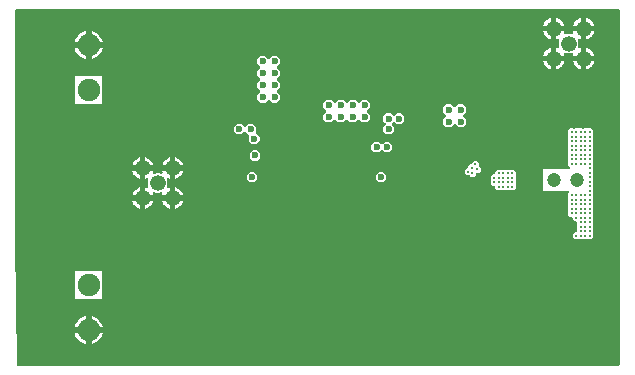
<source format=gbr>
G04 EAGLE Gerber RS-274X export*
G75*
%MOMM*%
%FSLAX34Y34*%
%LPD*%
%INCopper Layer 15*%
%IPPOS*%
%AMOC8*
5,1,8,0,0,1.08239X$1,22.5*%
G01*
%ADD10C,1.200000*%
%ADD11C,1.905000*%
%ADD12C,1.333500*%
%ADD13C,0.600000*%
%ADD14C,0.300000*%
%ADD15C,0.800000*%

G36*
X511928Y1286D02*
X511928Y1286D01*
X512047Y1293D01*
X512085Y1306D01*
X512126Y1311D01*
X512236Y1354D01*
X512349Y1391D01*
X512384Y1413D01*
X512421Y1428D01*
X512517Y1497D01*
X512618Y1561D01*
X512646Y1591D01*
X512679Y1614D01*
X512755Y1706D01*
X512836Y1793D01*
X512856Y1828D01*
X512881Y1859D01*
X512932Y1967D01*
X512990Y2071D01*
X513000Y2111D01*
X513017Y2147D01*
X513039Y2264D01*
X513069Y2379D01*
X513073Y2439D01*
X513077Y2459D01*
X513075Y2480D01*
X513079Y2540D01*
X513079Y302260D01*
X513064Y302378D01*
X513057Y302497D01*
X513044Y302535D01*
X513039Y302576D01*
X512996Y302686D01*
X512959Y302799D01*
X512937Y302834D01*
X512922Y302871D01*
X512853Y302967D01*
X512789Y303068D01*
X512759Y303096D01*
X512736Y303129D01*
X512644Y303205D01*
X512557Y303286D01*
X512522Y303306D01*
X512491Y303331D01*
X512383Y303382D01*
X512279Y303440D01*
X512239Y303450D01*
X512203Y303467D01*
X512086Y303489D01*
X511971Y303519D01*
X511911Y303523D01*
X511891Y303527D01*
X511870Y303525D01*
X511810Y303529D01*
X2540Y303529D01*
X2422Y303514D01*
X2303Y303507D01*
X2265Y303494D01*
X2224Y303489D01*
X2114Y303446D01*
X2001Y303409D01*
X1966Y303387D01*
X1929Y303372D01*
X1833Y303303D01*
X1732Y303239D01*
X1704Y303209D01*
X1671Y303186D01*
X1595Y303094D01*
X1514Y303007D01*
X1494Y302972D01*
X1469Y302941D01*
X1418Y302833D01*
X1360Y302729D01*
X1350Y302689D01*
X1333Y302653D01*
X1311Y302536D01*
X1281Y302421D01*
X1277Y302361D01*
X1273Y302341D01*
X1275Y302320D01*
X1271Y302260D01*
X1271Y107529D01*
X1271Y107524D01*
X1271Y107514D01*
X2541Y2525D01*
X2556Y2414D01*
X2563Y2303D01*
X2578Y2257D01*
X2584Y2210D01*
X2627Y2106D01*
X2661Y2001D01*
X2687Y1960D01*
X2705Y1915D01*
X2772Y1826D01*
X2831Y1732D01*
X2866Y1699D01*
X2895Y1660D01*
X2982Y1590D01*
X3063Y1514D01*
X3105Y1491D01*
X3142Y1460D01*
X3244Y1414D01*
X3341Y1360D01*
X3388Y1348D01*
X3432Y1328D01*
X3542Y1309D01*
X3649Y1281D01*
X3723Y1276D01*
X3745Y1272D01*
X3763Y1274D01*
X3810Y1271D01*
X511810Y1271D01*
X511928Y1286D01*
G37*
%LPC*%
G36*
X474997Y108735D02*
X474997Y108735D01*
X473225Y110507D01*
X473225Y113013D01*
X474997Y114785D01*
X475766Y114785D01*
X475884Y114800D01*
X476003Y114807D01*
X476041Y114820D01*
X476082Y114825D01*
X476192Y114868D01*
X476305Y114905D01*
X476340Y114927D01*
X476377Y114942D01*
X476473Y115011D01*
X476574Y115075D01*
X476602Y115105D01*
X476635Y115128D01*
X476711Y115220D01*
X476792Y115307D01*
X476812Y115342D01*
X476837Y115373D01*
X476888Y115481D01*
X476946Y115585D01*
X476956Y115625D01*
X476973Y115661D01*
X476995Y115778D01*
X477025Y115893D01*
X477029Y115953D01*
X477033Y115973D01*
X477031Y115994D01*
X477035Y116054D01*
X477035Y116944D01*
X477086Y117044D01*
X477095Y117083D01*
X477111Y117120D01*
X477130Y117238D01*
X477156Y117354D01*
X477155Y117395D01*
X477161Y117435D01*
X477150Y117553D01*
X477146Y117672D01*
X477135Y117711D01*
X477131Y117751D01*
X477091Y117863D01*
X477058Y117978D01*
X477037Y118012D01*
X477035Y118018D01*
X477035Y120754D01*
X477086Y120854D01*
X477095Y120893D01*
X477111Y120930D01*
X477130Y121048D01*
X477156Y121164D01*
X477155Y121205D01*
X477161Y121245D01*
X477150Y121363D01*
X477146Y121482D01*
X477135Y121521D01*
X477131Y121561D01*
X477091Y121673D01*
X477058Y121788D01*
X477037Y121822D01*
X477035Y121828D01*
X477035Y122706D01*
X477020Y122824D01*
X477013Y122943D01*
X477000Y122981D01*
X476995Y123022D01*
X476952Y123132D01*
X476915Y123245D01*
X476893Y123280D01*
X476878Y123317D01*
X476809Y123413D01*
X476745Y123514D01*
X476715Y123542D01*
X476692Y123575D01*
X476600Y123651D01*
X476513Y123732D01*
X476478Y123752D01*
X476447Y123777D01*
X476339Y123828D01*
X476235Y123886D01*
X476195Y123896D01*
X476159Y123913D01*
X476042Y123935D01*
X475927Y123965D01*
X475867Y123969D01*
X475847Y123973D01*
X475826Y123971D01*
X475766Y123975D01*
X474997Y123975D01*
X473225Y125747D01*
X473225Y126516D01*
X473210Y126634D01*
X473203Y126753D01*
X473190Y126791D01*
X473185Y126832D01*
X473142Y126942D01*
X473105Y127055D01*
X473083Y127090D01*
X473068Y127127D01*
X472999Y127223D01*
X472935Y127324D01*
X472905Y127352D01*
X472882Y127385D01*
X472790Y127461D01*
X472703Y127542D01*
X472668Y127562D01*
X472637Y127587D01*
X472529Y127638D01*
X472425Y127696D01*
X472385Y127706D01*
X472349Y127723D01*
X472232Y127745D01*
X472117Y127775D01*
X472057Y127779D01*
X472037Y127783D01*
X472016Y127781D01*
X471956Y127785D01*
X471187Y127785D01*
X469415Y129557D01*
X469415Y132184D01*
X469466Y132284D01*
X469475Y132323D01*
X469491Y132360D01*
X469510Y132478D01*
X469536Y132594D01*
X469535Y132635D01*
X469541Y132675D01*
X469530Y132793D01*
X469526Y132912D01*
X469515Y132951D01*
X469511Y132991D01*
X469471Y133103D01*
X469438Y133218D01*
X469417Y133252D01*
X469415Y133258D01*
X469415Y135994D01*
X469466Y136094D01*
X469475Y136134D01*
X469491Y136171D01*
X469510Y136288D01*
X469536Y136405D01*
X469535Y136445D01*
X469541Y136485D01*
X469530Y136603D01*
X469526Y136722D01*
X469515Y136761D01*
X469511Y136801D01*
X469471Y136914D01*
X469438Y137028D01*
X469417Y137063D01*
X469415Y137068D01*
X469415Y139804D01*
X469466Y139904D01*
X469475Y139943D01*
X469491Y139980D01*
X469510Y140098D01*
X469536Y140214D01*
X469535Y140255D01*
X469541Y140295D01*
X469530Y140413D01*
X469526Y140532D01*
X469515Y140571D01*
X469511Y140611D01*
X469471Y140723D01*
X469438Y140838D01*
X469417Y140872D01*
X469415Y140878D01*
X469415Y143614D01*
X469466Y143714D01*
X469475Y143753D01*
X469491Y143790D01*
X469510Y143908D01*
X469536Y144024D01*
X469535Y144065D01*
X469541Y144105D01*
X469530Y144223D01*
X469526Y144342D01*
X469515Y144381D01*
X469511Y144421D01*
X469471Y144533D01*
X469438Y144648D01*
X469417Y144682D01*
X469415Y144688D01*
X469415Y147303D01*
X469678Y147565D01*
X469763Y147675D01*
X469852Y147782D01*
X469860Y147801D01*
X469873Y147817D01*
X469928Y147945D01*
X469987Y148070D01*
X469991Y148090D01*
X469999Y148109D01*
X470021Y148247D01*
X470047Y148383D01*
X470046Y148403D01*
X470049Y148423D01*
X470036Y148562D01*
X470027Y148700D01*
X470021Y148719D01*
X470019Y148739D01*
X469972Y148870D01*
X469929Y149002D01*
X469918Y149020D01*
X469912Y149039D01*
X469834Y149153D01*
X469759Y149271D01*
X469744Y149285D01*
X469733Y149302D01*
X469629Y149394D01*
X469528Y149489D01*
X469510Y149499D01*
X469495Y149512D01*
X469371Y149575D01*
X469249Y149643D01*
X469229Y149648D01*
X469211Y149657D01*
X469075Y149687D01*
X468941Y149722D01*
X468913Y149724D01*
X468901Y149727D01*
X468881Y149726D01*
X468780Y149732D01*
X448511Y149732D01*
X448436Y149807D01*
X448436Y167693D01*
X448511Y167768D01*
X470050Y167768D01*
X470188Y167785D01*
X470327Y167798D01*
X470346Y167805D01*
X470366Y167808D01*
X470495Y167859D01*
X470626Y167906D01*
X470643Y167917D01*
X470662Y167925D01*
X470774Y168006D01*
X470889Y168084D01*
X470903Y168100D01*
X470919Y168111D01*
X471008Y168219D01*
X471100Y168323D01*
X471109Y168341D01*
X471122Y168356D01*
X471181Y168482D01*
X471244Y168606D01*
X471249Y168626D01*
X471257Y168644D01*
X471283Y168781D01*
X471314Y168916D01*
X471313Y168937D01*
X471317Y168956D01*
X471308Y169095D01*
X471304Y169234D01*
X471299Y169254D01*
X471297Y169274D01*
X471255Y169406D01*
X471216Y169540D01*
X471206Y169557D01*
X471199Y169576D01*
X471125Y169694D01*
X471054Y169814D01*
X471036Y169835D01*
X471029Y169845D01*
X471014Y169859D01*
X470948Y169934D01*
X469415Y171467D01*
X469415Y174094D01*
X469466Y174194D01*
X469475Y174233D01*
X469491Y174270D01*
X469510Y174388D01*
X469536Y174504D01*
X469535Y174545D01*
X469541Y174585D01*
X469530Y174703D01*
X469526Y174822D01*
X469515Y174861D01*
X469511Y174901D01*
X469471Y175013D01*
X469438Y175128D01*
X469417Y175162D01*
X469415Y175168D01*
X469415Y177904D01*
X469466Y178004D01*
X469475Y178043D01*
X469491Y178080D01*
X469510Y178198D01*
X469536Y178314D01*
X469535Y178355D01*
X469541Y178395D01*
X469530Y178513D01*
X469526Y178632D01*
X469515Y178671D01*
X469511Y178711D01*
X469471Y178823D01*
X469438Y178938D01*
X469417Y178972D01*
X469415Y178978D01*
X469415Y181714D01*
X469466Y181814D01*
X469475Y181854D01*
X469491Y181891D01*
X469510Y182008D01*
X469536Y182125D01*
X469535Y182165D01*
X469541Y182205D01*
X469530Y182323D01*
X469526Y182442D01*
X469515Y182481D01*
X469511Y182521D01*
X469471Y182634D01*
X469438Y182748D01*
X469417Y182783D01*
X469415Y182788D01*
X469415Y185524D01*
X469466Y185624D01*
X469475Y185663D01*
X469491Y185700D01*
X469510Y185818D01*
X469536Y185934D01*
X469535Y185975D01*
X469541Y186015D01*
X469530Y186133D01*
X469526Y186252D01*
X469515Y186291D01*
X469511Y186331D01*
X469471Y186443D01*
X469438Y186558D01*
X469417Y186592D01*
X469415Y186598D01*
X469415Y189334D01*
X469466Y189434D01*
X469475Y189473D01*
X469491Y189510D01*
X469510Y189628D01*
X469536Y189744D01*
X469535Y189785D01*
X469541Y189825D01*
X469530Y189943D01*
X469526Y190062D01*
X469515Y190101D01*
X469511Y190141D01*
X469471Y190253D01*
X469438Y190368D01*
X469417Y190402D01*
X469415Y190408D01*
X469415Y193144D01*
X469466Y193244D01*
X469475Y193283D01*
X469491Y193320D01*
X469510Y193438D01*
X469536Y193554D01*
X469535Y193595D01*
X469541Y193635D01*
X469530Y193753D01*
X469526Y193872D01*
X469515Y193911D01*
X469511Y193951D01*
X469471Y194063D01*
X469438Y194178D01*
X469417Y194212D01*
X469415Y194218D01*
X469415Y196954D01*
X469466Y197054D01*
X469475Y197093D01*
X469491Y197130D01*
X469510Y197248D01*
X469536Y197364D01*
X469535Y197405D01*
X469541Y197445D01*
X469530Y197563D01*
X469526Y197682D01*
X469515Y197721D01*
X469511Y197761D01*
X469471Y197873D01*
X469438Y197988D01*
X469417Y198022D01*
X469415Y198028D01*
X469415Y200643D01*
X471187Y202415D01*
X473814Y202415D01*
X473914Y202364D01*
X473953Y202355D01*
X473990Y202339D01*
X474108Y202320D01*
X474224Y202294D01*
X474265Y202295D01*
X474305Y202289D01*
X474423Y202300D01*
X474542Y202304D01*
X474581Y202315D01*
X474621Y202319D01*
X474733Y202359D01*
X474848Y202392D01*
X474882Y202413D01*
X474888Y202415D01*
X477624Y202415D01*
X477724Y202364D01*
X477763Y202355D01*
X477800Y202339D01*
X477918Y202320D01*
X478034Y202294D01*
X478075Y202295D01*
X478115Y202289D01*
X478233Y202300D01*
X478352Y202304D01*
X478391Y202315D01*
X478431Y202319D01*
X478543Y202359D01*
X478658Y202392D01*
X478692Y202413D01*
X478698Y202415D01*
X481434Y202415D01*
X481534Y202364D01*
X481573Y202355D01*
X481610Y202339D01*
X481728Y202320D01*
X481844Y202294D01*
X481885Y202295D01*
X481925Y202289D01*
X482043Y202300D01*
X482162Y202304D01*
X482201Y202315D01*
X482241Y202319D01*
X482353Y202359D01*
X482468Y202392D01*
X482502Y202413D01*
X482508Y202415D01*
X485244Y202415D01*
X485344Y202364D01*
X485383Y202355D01*
X485420Y202339D01*
X485538Y202320D01*
X485654Y202294D01*
X485695Y202295D01*
X485735Y202289D01*
X485853Y202300D01*
X485972Y202304D01*
X486011Y202315D01*
X486051Y202319D01*
X486163Y202359D01*
X486278Y202392D01*
X486312Y202413D01*
X486318Y202415D01*
X488933Y202415D01*
X490705Y200643D01*
X490705Y198016D01*
X490654Y197916D01*
X490645Y197876D01*
X490629Y197839D01*
X490610Y197722D01*
X490584Y197605D01*
X490585Y197565D01*
X490579Y197525D01*
X490590Y197407D01*
X490594Y197288D01*
X490605Y197249D01*
X490609Y197209D01*
X490649Y197096D01*
X490682Y196982D01*
X490703Y196947D01*
X490705Y196942D01*
X490705Y194206D01*
X490654Y194106D01*
X490645Y194066D01*
X490629Y194029D01*
X490610Y193912D01*
X490584Y193795D01*
X490585Y193755D01*
X490579Y193715D01*
X490590Y193596D01*
X490594Y193478D01*
X490605Y193439D01*
X490609Y193399D01*
X490649Y193286D01*
X490682Y193172D01*
X490703Y193137D01*
X490705Y193132D01*
X490705Y190396D01*
X490654Y190296D01*
X490645Y190256D01*
X490629Y190219D01*
X490610Y190102D01*
X490584Y189985D01*
X490585Y189945D01*
X490579Y189905D01*
X490590Y189787D01*
X490594Y189668D01*
X490605Y189629D01*
X490609Y189589D01*
X490649Y189476D01*
X490682Y189362D01*
X490703Y189327D01*
X490705Y189322D01*
X490705Y186586D01*
X490654Y186486D01*
X490645Y186446D01*
X490629Y186409D01*
X490610Y186292D01*
X490584Y186175D01*
X490585Y186135D01*
X490579Y186095D01*
X490590Y185977D01*
X490594Y185858D01*
X490605Y185819D01*
X490609Y185779D01*
X490649Y185666D01*
X490682Y185552D01*
X490703Y185517D01*
X490705Y185512D01*
X490705Y182776D01*
X490654Y182676D01*
X490645Y182637D01*
X490629Y182600D01*
X490610Y182482D01*
X490584Y182366D01*
X490585Y182325D01*
X490579Y182285D01*
X490590Y182167D01*
X490594Y182048D01*
X490605Y182009D01*
X490609Y181969D01*
X490649Y181857D01*
X490682Y181742D01*
X490703Y181708D01*
X490705Y181702D01*
X490705Y178966D01*
X490654Y178866D01*
X490645Y178826D01*
X490629Y178789D01*
X490610Y178672D01*
X490584Y178555D01*
X490585Y178515D01*
X490579Y178475D01*
X490590Y178357D01*
X490594Y178238D01*
X490605Y178199D01*
X490609Y178159D01*
X490649Y178046D01*
X490682Y177932D01*
X490703Y177897D01*
X490705Y177892D01*
X490705Y175156D01*
X490654Y175056D01*
X490645Y175016D01*
X490629Y174979D01*
X490610Y174862D01*
X490584Y174745D01*
X490585Y174705D01*
X490579Y174665D01*
X490590Y174547D01*
X490594Y174428D01*
X490605Y174389D01*
X490609Y174349D01*
X490649Y174236D01*
X490682Y174122D01*
X490703Y174087D01*
X490705Y174082D01*
X490705Y171346D01*
X490654Y171246D01*
X490645Y171206D01*
X490629Y171169D01*
X490610Y171052D01*
X490584Y170935D01*
X490585Y170895D01*
X490579Y170855D01*
X490590Y170737D01*
X490594Y170618D01*
X490605Y170579D01*
X490609Y170539D01*
X490649Y170426D01*
X490682Y170312D01*
X490703Y170277D01*
X490705Y170272D01*
X490705Y167536D01*
X490654Y167436D01*
X490645Y167396D01*
X490629Y167359D01*
X490610Y167242D01*
X490584Y167125D01*
X490585Y167085D01*
X490579Y167045D01*
X490590Y166927D01*
X490594Y166808D01*
X490605Y166769D01*
X490609Y166729D01*
X490649Y166616D01*
X490682Y166502D01*
X490703Y166467D01*
X490705Y166462D01*
X490705Y163726D01*
X490654Y163626D01*
X490645Y163586D01*
X490629Y163549D01*
X490610Y163432D01*
X490584Y163315D01*
X490585Y163275D01*
X490579Y163235D01*
X490590Y163117D01*
X490594Y162998D01*
X490605Y162959D01*
X490609Y162919D01*
X490649Y162806D01*
X490682Y162692D01*
X490703Y162657D01*
X490705Y162652D01*
X490705Y159916D01*
X490654Y159816D01*
X490645Y159776D01*
X490629Y159739D01*
X490610Y159622D01*
X490584Y159505D01*
X490585Y159465D01*
X490579Y159425D01*
X490590Y159307D01*
X490594Y159188D01*
X490605Y159149D01*
X490609Y159109D01*
X490649Y158996D01*
X490682Y158882D01*
X490703Y158847D01*
X490705Y158842D01*
X490705Y156106D01*
X490654Y156006D01*
X490645Y155966D01*
X490629Y155929D01*
X490610Y155812D01*
X490584Y155695D01*
X490585Y155655D01*
X490579Y155615D01*
X490590Y155497D01*
X490594Y155378D01*
X490605Y155339D01*
X490609Y155299D01*
X490649Y155186D01*
X490682Y155072D01*
X490703Y155037D01*
X490705Y155032D01*
X490705Y152296D01*
X490654Y152196D01*
X490645Y152156D01*
X490629Y152119D01*
X490610Y152002D01*
X490584Y151885D01*
X490585Y151845D01*
X490579Y151805D01*
X490590Y151687D01*
X490594Y151568D01*
X490605Y151529D01*
X490609Y151489D01*
X490649Y151376D01*
X490682Y151262D01*
X490703Y151227D01*
X490705Y151222D01*
X490705Y148486D01*
X490654Y148386D01*
X490645Y148346D01*
X490629Y148309D01*
X490610Y148192D01*
X490584Y148075D01*
X490585Y148035D01*
X490579Y147995D01*
X490590Y147877D01*
X490594Y147758D01*
X490605Y147719D01*
X490609Y147679D01*
X490649Y147566D01*
X490682Y147452D01*
X490703Y147417D01*
X490705Y147412D01*
X490705Y144676D01*
X490654Y144576D01*
X490645Y144536D01*
X490629Y144499D01*
X490610Y144382D01*
X490584Y144265D01*
X490585Y144225D01*
X490579Y144185D01*
X490590Y144067D01*
X490594Y143948D01*
X490605Y143909D01*
X490609Y143869D01*
X490649Y143756D01*
X490682Y143642D01*
X490703Y143607D01*
X490705Y143602D01*
X490705Y140866D01*
X490654Y140766D01*
X490645Y140726D01*
X490629Y140689D01*
X490610Y140572D01*
X490584Y140455D01*
X490585Y140415D01*
X490579Y140375D01*
X490590Y140257D01*
X490594Y140138D01*
X490605Y140099D01*
X490609Y140059D01*
X490649Y139946D01*
X490682Y139832D01*
X490703Y139797D01*
X490705Y139792D01*
X490705Y137056D01*
X490654Y136956D01*
X490645Y136917D01*
X490629Y136880D01*
X490610Y136762D01*
X490584Y136646D01*
X490585Y136605D01*
X490579Y136565D01*
X490590Y136447D01*
X490594Y136328D01*
X490605Y136289D01*
X490609Y136249D01*
X490649Y136137D01*
X490682Y136022D01*
X490703Y135988D01*
X490705Y135982D01*
X490705Y133246D01*
X490654Y133146D01*
X490645Y133106D01*
X490629Y133069D01*
X490610Y132952D01*
X490584Y132835D01*
X490585Y132795D01*
X490579Y132755D01*
X490590Y132637D01*
X490594Y132518D01*
X490605Y132479D01*
X490609Y132439D01*
X490649Y132326D01*
X490682Y132212D01*
X490703Y132177D01*
X490705Y132172D01*
X490705Y129436D01*
X490654Y129336D01*
X490645Y129296D01*
X490629Y129259D01*
X490610Y129142D01*
X490584Y129025D01*
X490585Y128985D01*
X490579Y128945D01*
X490590Y128827D01*
X490594Y128708D01*
X490605Y128669D01*
X490609Y128629D01*
X490649Y128516D01*
X490682Y128402D01*
X490703Y128367D01*
X490705Y128362D01*
X490705Y125626D01*
X490654Y125526D01*
X490645Y125486D01*
X490629Y125449D01*
X490610Y125332D01*
X490584Y125215D01*
X490585Y125175D01*
X490579Y125135D01*
X490590Y125017D01*
X490594Y124898D01*
X490605Y124859D01*
X490609Y124819D01*
X490649Y124706D01*
X490682Y124592D01*
X490703Y124557D01*
X490705Y124552D01*
X490705Y121816D01*
X490654Y121716D01*
X490645Y121676D01*
X490629Y121639D01*
X490610Y121522D01*
X490584Y121405D01*
X490585Y121365D01*
X490579Y121325D01*
X490590Y121207D01*
X490594Y121088D01*
X490605Y121049D01*
X490609Y121009D01*
X490649Y120896D01*
X490682Y120782D01*
X490703Y120747D01*
X490705Y120742D01*
X490705Y118006D01*
X490654Y117906D01*
X490645Y117866D01*
X490629Y117829D01*
X490610Y117712D01*
X490584Y117595D01*
X490585Y117555D01*
X490579Y117515D01*
X490590Y117397D01*
X490594Y117278D01*
X490605Y117239D01*
X490609Y117199D01*
X490649Y117086D01*
X490682Y116972D01*
X490703Y116937D01*
X490705Y116932D01*
X490705Y114196D01*
X490654Y114096D01*
X490645Y114056D01*
X490629Y114019D01*
X490610Y113902D01*
X490584Y113785D01*
X490585Y113745D01*
X490579Y113705D01*
X490590Y113587D01*
X490594Y113468D01*
X490605Y113429D01*
X490609Y113389D01*
X490649Y113276D01*
X490682Y113162D01*
X490703Y113127D01*
X490705Y113122D01*
X490705Y110507D01*
X488933Y108735D01*
X486306Y108735D01*
X486206Y108786D01*
X486166Y108795D01*
X486129Y108811D01*
X486012Y108830D01*
X485895Y108856D01*
X485855Y108855D01*
X485815Y108861D01*
X485697Y108850D01*
X485578Y108846D01*
X485539Y108835D01*
X485499Y108831D01*
X485386Y108791D01*
X485272Y108758D01*
X485237Y108737D01*
X485232Y108735D01*
X482496Y108735D01*
X482396Y108786D01*
X482356Y108795D01*
X482319Y108811D01*
X482202Y108830D01*
X482085Y108856D01*
X482045Y108855D01*
X482005Y108861D01*
X481887Y108850D01*
X481768Y108846D01*
X481729Y108835D01*
X481689Y108831D01*
X481576Y108791D01*
X481462Y108758D01*
X481427Y108737D01*
X481422Y108735D01*
X478686Y108735D01*
X478586Y108786D01*
X478546Y108795D01*
X478509Y108811D01*
X478392Y108830D01*
X478275Y108856D01*
X478235Y108855D01*
X478195Y108861D01*
X478077Y108850D01*
X477958Y108846D01*
X477919Y108835D01*
X477879Y108831D01*
X477766Y108791D01*
X477652Y108758D01*
X477617Y108737D01*
X477612Y108735D01*
X474997Y108735D01*
G37*
%LPD*%
%LPC*%
G36*
X208946Y224329D02*
X208946Y224329D01*
X206295Y226980D01*
X206295Y230728D01*
X208604Y233037D01*
X208677Y233131D01*
X208755Y233220D01*
X208774Y233256D01*
X208799Y233288D01*
X208846Y233397D01*
X208900Y233503D01*
X208909Y233542D01*
X208925Y233580D01*
X208944Y233697D01*
X208970Y233813D01*
X208968Y233854D01*
X208975Y233894D01*
X208964Y234012D01*
X208960Y234131D01*
X208949Y234170D01*
X208945Y234210D01*
X208905Y234322D01*
X208872Y234437D01*
X208851Y234472D01*
X208837Y234510D01*
X208770Y234608D01*
X208710Y234711D01*
X208670Y234756D01*
X208659Y234773D01*
X208643Y234786D01*
X208604Y234832D01*
X206295Y237140D01*
X206295Y240888D01*
X208604Y243197D01*
X208677Y243291D01*
X208755Y243380D01*
X208774Y243416D01*
X208799Y243448D01*
X208846Y243557D01*
X208900Y243663D01*
X208909Y243702D01*
X208925Y243740D01*
X208944Y243857D01*
X208970Y243973D01*
X208968Y244014D01*
X208975Y244054D01*
X208964Y244172D01*
X208960Y244291D01*
X208949Y244330D01*
X208945Y244370D01*
X208905Y244482D01*
X208872Y244597D01*
X208851Y244632D01*
X208837Y244670D01*
X208770Y244768D01*
X208710Y244871D01*
X208670Y244916D01*
X208659Y244933D01*
X208643Y244946D01*
X208604Y244992D01*
X206295Y247300D01*
X206295Y251048D01*
X208604Y253356D01*
X208677Y253451D01*
X208755Y253540D01*
X208774Y253576D01*
X208799Y253608D01*
X208846Y253717D01*
X208900Y253823D01*
X208909Y253862D01*
X208925Y253900D01*
X208944Y254017D01*
X208970Y254133D01*
X208968Y254174D01*
X208975Y254214D01*
X208964Y254332D01*
X208960Y254451D01*
X208949Y254490D01*
X208945Y254530D01*
X208905Y254643D01*
X208872Y254757D01*
X208851Y254791D01*
X208837Y254830D01*
X208770Y254928D01*
X208710Y255031D01*
X208670Y255076D01*
X208659Y255093D01*
X208643Y255106D01*
X208604Y255151D01*
X206295Y257460D01*
X206295Y261208D01*
X208946Y263859D01*
X212694Y263859D01*
X215003Y261550D01*
X215097Y261477D01*
X215186Y261399D01*
X215222Y261380D01*
X215254Y261355D01*
X215363Y261308D01*
X215469Y261254D01*
X215508Y261245D01*
X215546Y261229D01*
X215663Y261210D01*
X215779Y261184D01*
X215820Y261186D01*
X215860Y261179D01*
X215978Y261190D01*
X216097Y261194D01*
X216136Y261205D01*
X216176Y261209D01*
X216288Y261249D01*
X216403Y261282D01*
X216438Y261303D01*
X216476Y261317D01*
X216574Y261384D01*
X216677Y261444D01*
X216722Y261484D01*
X216739Y261495D01*
X216752Y261511D01*
X216798Y261550D01*
X219106Y263859D01*
X222854Y263859D01*
X225505Y261208D01*
X225505Y257460D01*
X223196Y255151D01*
X223123Y255057D01*
X223045Y254968D01*
X223026Y254932D01*
X223001Y254900D01*
X222954Y254791D01*
X222900Y254685D01*
X222891Y254646D01*
X222875Y254608D01*
X222856Y254491D01*
X222830Y254375D01*
X222832Y254334D01*
X222825Y254294D01*
X222836Y254176D01*
X222840Y254057D01*
X222851Y254018D01*
X222855Y253978D01*
X222895Y253866D01*
X222928Y253751D01*
X222949Y253716D01*
X222963Y253678D01*
X223030Y253580D01*
X223090Y253477D01*
X223130Y253432D01*
X223141Y253415D01*
X223157Y253402D01*
X223196Y253356D01*
X225505Y251048D01*
X225505Y247300D01*
X223196Y244992D01*
X223123Y244897D01*
X223045Y244808D01*
X223026Y244772D01*
X223001Y244740D01*
X222954Y244631D01*
X222900Y244525D01*
X222891Y244486D01*
X222875Y244448D01*
X222856Y244331D01*
X222830Y244215D01*
X222832Y244174D01*
X222825Y244134D01*
X222836Y244016D01*
X222840Y243897D01*
X222851Y243858D01*
X222855Y243818D01*
X222895Y243705D01*
X222928Y243591D01*
X222949Y243557D01*
X222963Y243518D01*
X223030Y243420D01*
X223090Y243317D01*
X223130Y243272D01*
X223141Y243255D01*
X223157Y243242D01*
X223196Y243197D01*
X225505Y240888D01*
X225505Y237140D01*
X223196Y234832D01*
X223123Y234737D01*
X223045Y234648D01*
X223026Y234612D01*
X223001Y234580D01*
X222954Y234471D01*
X222900Y234365D01*
X222891Y234326D01*
X222875Y234288D01*
X222856Y234171D01*
X222830Y234055D01*
X222832Y234014D01*
X222825Y233974D01*
X222836Y233856D01*
X222840Y233737D01*
X222851Y233698D01*
X222855Y233658D01*
X222895Y233545D01*
X222928Y233431D01*
X222949Y233397D01*
X222963Y233358D01*
X223030Y233260D01*
X223090Y233157D01*
X223130Y233112D01*
X223141Y233095D01*
X223157Y233082D01*
X223196Y233037D01*
X225505Y230728D01*
X225505Y226980D01*
X222854Y224329D01*
X219106Y224329D01*
X216797Y226638D01*
X216703Y226711D01*
X216614Y226789D01*
X216578Y226808D01*
X216546Y226833D01*
X216437Y226880D01*
X216331Y226934D01*
X216292Y226943D01*
X216254Y226959D01*
X216137Y226978D01*
X216021Y227004D01*
X215980Y227002D01*
X215940Y227009D01*
X215822Y226998D01*
X215703Y226994D01*
X215664Y226983D01*
X215624Y226979D01*
X215512Y226939D01*
X215397Y226906D01*
X215362Y226885D01*
X215324Y226871D01*
X215226Y226804D01*
X215123Y226744D01*
X215078Y226704D01*
X215061Y226693D01*
X215048Y226677D01*
X215002Y226638D01*
X212694Y224329D01*
X208946Y224329D01*
G37*
%LPD*%
%LPC*%
G36*
X264826Y207565D02*
X264826Y207565D01*
X262175Y210216D01*
X262175Y213964D01*
X264484Y216272D01*
X264557Y216367D01*
X264635Y216456D01*
X264654Y216492D01*
X264679Y216524D01*
X264726Y216633D01*
X264780Y216739D01*
X264789Y216778D01*
X264805Y216816D01*
X264824Y216933D01*
X264850Y217049D01*
X264848Y217090D01*
X264855Y217130D01*
X264844Y217248D01*
X264840Y217367D01*
X264829Y217406D01*
X264825Y217446D01*
X264785Y217559D01*
X264752Y217673D01*
X264731Y217707D01*
X264717Y217746D01*
X264650Y217844D01*
X264590Y217947D01*
X264550Y217992D01*
X264539Y218009D01*
X264523Y218022D01*
X264484Y218067D01*
X262175Y220376D01*
X262175Y224124D01*
X264826Y226775D01*
X268574Y226775D01*
X270882Y224466D01*
X270977Y224393D01*
X271066Y224315D01*
X271102Y224296D01*
X271134Y224271D01*
X271243Y224224D01*
X271349Y224170D01*
X271388Y224161D01*
X271426Y224145D01*
X271543Y224126D01*
X271659Y224100D01*
X271700Y224102D01*
X271740Y224095D01*
X271858Y224106D01*
X271977Y224110D01*
X272016Y224121D01*
X272056Y224125D01*
X272169Y224165D01*
X272283Y224198D01*
X272317Y224219D01*
X272356Y224233D01*
X272454Y224300D01*
X272557Y224360D01*
X272602Y224400D01*
X272619Y224411D01*
X272632Y224427D01*
X272677Y224466D01*
X274986Y226775D01*
X278734Y226775D01*
X281043Y224466D01*
X281137Y224393D01*
X281226Y224315D01*
X281262Y224296D01*
X281294Y224271D01*
X281403Y224224D01*
X281509Y224170D01*
X281548Y224161D01*
X281586Y224145D01*
X281703Y224126D01*
X281819Y224100D01*
X281860Y224102D01*
X281900Y224095D01*
X282018Y224106D01*
X282137Y224110D01*
X282176Y224121D01*
X282216Y224125D01*
X282328Y224165D01*
X282443Y224198D01*
X282478Y224219D01*
X282516Y224233D01*
X282614Y224300D01*
X282717Y224360D01*
X282762Y224400D01*
X282779Y224411D01*
X282792Y224427D01*
X282838Y224466D01*
X285146Y226775D01*
X288894Y226775D01*
X291202Y224466D01*
X291297Y224393D01*
X291386Y224315D01*
X291422Y224296D01*
X291454Y224271D01*
X291563Y224224D01*
X291669Y224170D01*
X291708Y224161D01*
X291746Y224145D01*
X291863Y224126D01*
X291979Y224100D01*
X292020Y224102D01*
X292060Y224095D01*
X292178Y224106D01*
X292297Y224110D01*
X292336Y224121D01*
X292376Y224125D01*
X292489Y224165D01*
X292603Y224198D01*
X292637Y224219D01*
X292676Y224233D01*
X292774Y224300D01*
X292877Y224360D01*
X292922Y224400D01*
X292939Y224411D01*
X292952Y224427D01*
X292997Y224466D01*
X295306Y226775D01*
X299054Y226775D01*
X301705Y224124D01*
X301705Y220376D01*
X299396Y218068D01*
X299323Y217973D01*
X299245Y217884D01*
X299226Y217848D01*
X299201Y217816D01*
X299154Y217707D01*
X299100Y217601D01*
X299091Y217562D01*
X299075Y217524D01*
X299056Y217407D01*
X299030Y217291D01*
X299032Y217250D01*
X299025Y217210D01*
X299036Y217092D01*
X299040Y216973D01*
X299051Y216934D01*
X299055Y216894D01*
X299095Y216781D01*
X299128Y216667D01*
X299149Y216633D01*
X299163Y216594D01*
X299230Y216496D01*
X299290Y216393D01*
X299330Y216348D01*
X299341Y216331D01*
X299357Y216318D01*
X299396Y216273D01*
X301705Y213964D01*
X301705Y210216D01*
X299054Y207565D01*
X295306Y207565D01*
X292997Y209874D01*
X292903Y209947D01*
X292814Y210025D01*
X292778Y210044D01*
X292746Y210069D01*
X292637Y210116D01*
X292531Y210170D01*
X292492Y210179D01*
X292454Y210195D01*
X292337Y210214D01*
X292221Y210240D01*
X292180Y210238D01*
X292140Y210245D01*
X292022Y210234D01*
X291903Y210230D01*
X291864Y210219D01*
X291824Y210215D01*
X291712Y210175D01*
X291597Y210142D01*
X291562Y210121D01*
X291524Y210107D01*
X291426Y210040D01*
X291323Y209980D01*
X291278Y209940D01*
X291261Y209929D01*
X291248Y209913D01*
X291202Y209874D01*
X288894Y207565D01*
X285146Y207565D01*
X282837Y209874D01*
X282743Y209947D01*
X282654Y210025D01*
X282618Y210044D01*
X282586Y210069D01*
X282477Y210116D01*
X282371Y210170D01*
X282332Y210179D01*
X282294Y210195D01*
X282177Y210214D01*
X282061Y210240D01*
X282020Y210238D01*
X281980Y210245D01*
X281862Y210234D01*
X281743Y210230D01*
X281704Y210219D01*
X281664Y210215D01*
X281552Y210175D01*
X281437Y210142D01*
X281402Y210121D01*
X281364Y210107D01*
X281266Y210040D01*
X281163Y209980D01*
X281118Y209940D01*
X281101Y209929D01*
X281088Y209913D01*
X281042Y209874D01*
X278734Y207565D01*
X274986Y207565D01*
X272677Y209874D01*
X272583Y209947D01*
X272494Y210025D01*
X272458Y210044D01*
X272426Y210069D01*
X272317Y210116D01*
X272211Y210170D01*
X272172Y210179D01*
X272134Y210195D01*
X272017Y210214D01*
X271901Y210240D01*
X271860Y210238D01*
X271820Y210245D01*
X271702Y210234D01*
X271583Y210230D01*
X271544Y210219D01*
X271504Y210215D01*
X271392Y210175D01*
X271277Y210142D01*
X271242Y210121D01*
X271204Y210107D01*
X271106Y210040D01*
X271003Y209980D01*
X270958Y209940D01*
X270941Y209929D01*
X270928Y209913D01*
X270882Y209874D01*
X268574Y207565D01*
X264826Y207565D01*
G37*
%LPD*%
%LPC*%
G36*
X52017Y58292D02*
X52017Y58292D01*
X51942Y58367D01*
X51942Y81333D01*
X52017Y81408D01*
X74983Y81408D01*
X75058Y81333D01*
X75058Y58367D01*
X74983Y58292D01*
X52017Y58292D01*
G37*
%LPD*%
%LPC*%
G36*
X52017Y223392D02*
X52017Y223392D01*
X51942Y223467D01*
X51942Y246433D01*
X52017Y246508D01*
X74983Y246508D01*
X75058Y246433D01*
X75058Y223467D01*
X74983Y223392D01*
X52017Y223392D01*
G37*
%LPD*%
%LPC*%
G36*
X111442Y145732D02*
X111442Y145732D01*
X111442Y152470D01*
X112475Y152135D01*
X112563Y152118D01*
X112648Y152091D01*
X112718Y152088D01*
X112787Y152075D01*
X112877Y152081D01*
X112966Y152076D01*
X113035Y152090D01*
X113105Y152095D01*
X113190Y152122D01*
X113277Y152141D01*
X113340Y152171D01*
X113407Y152193D01*
X113483Y152241D01*
X113563Y152280D01*
X113616Y152326D01*
X113676Y152363D01*
X113737Y152429D01*
X113805Y152487D01*
X113845Y152544D01*
X113894Y152595D01*
X113937Y152673D01*
X113988Y152747D01*
X114013Y152812D01*
X114047Y152874D01*
X114069Y152960D01*
X114101Y153044D01*
X114109Y153114D01*
X114126Y153182D01*
X114126Y153271D01*
X114136Y153360D01*
X114126Y153430D01*
X114126Y153500D01*
X114104Y153586D01*
X114092Y153675D01*
X114051Y153793D01*
X114048Y153808D01*
X114044Y153814D01*
X114040Y153827D01*
X113728Y154580D01*
X113728Y157840D01*
X114040Y158593D01*
X114063Y158679D01*
X114096Y158762D01*
X114105Y158832D01*
X114124Y158899D01*
X114125Y158989D01*
X114136Y159078D01*
X114128Y159147D01*
X114129Y159217D01*
X114108Y159305D01*
X114097Y159393D01*
X114071Y159458D01*
X114055Y159527D01*
X114013Y159606D01*
X113980Y159689D01*
X113939Y159746D01*
X113906Y159808D01*
X113846Y159874D01*
X113793Y159946D01*
X113739Y159991D01*
X113692Y160043D01*
X113617Y160092D01*
X113548Y160149D01*
X113485Y160179D01*
X113426Y160218D01*
X113341Y160247D01*
X113261Y160285D01*
X113192Y160298D01*
X113125Y160321D01*
X113036Y160328D01*
X112948Y160345D01*
X112878Y160341D01*
X112808Y160346D01*
X112720Y160331D01*
X112631Y160325D01*
X112510Y160294D01*
X112495Y160292D01*
X112489Y160289D01*
X112475Y160285D01*
X111442Y159950D01*
X111442Y166688D01*
X118180Y166688D01*
X117845Y165655D01*
X117828Y165567D01*
X117801Y165482D01*
X117798Y165412D01*
X117785Y165343D01*
X117791Y165253D01*
X117786Y165164D01*
X117800Y165095D01*
X117805Y165025D01*
X117832Y164940D01*
X117851Y164853D01*
X117881Y164790D01*
X117903Y164723D01*
X117951Y164647D01*
X117990Y164567D01*
X118036Y164514D01*
X118073Y164454D01*
X118139Y164393D01*
X118197Y164325D01*
X118254Y164285D01*
X118305Y164236D01*
X118383Y164193D01*
X118457Y164142D01*
X118522Y164117D01*
X118584Y164083D01*
X118670Y164061D01*
X118754Y164029D01*
X118824Y164021D01*
X118892Y164004D01*
X118981Y164004D01*
X119070Y163994D01*
X119140Y164004D01*
X119210Y164004D01*
X119296Y164026D01*
X119385Y164038D01*
X119503Y164079D01*
X119518Y164082D01*
X119524Y164086D01*
X119537Y164090D01*
X120290Y164402D01*
X123550Y164402D01*
X124303Y164090D01*
X124389Y164067D01*
X124472Y164034D01*
X124542Y164025D01*
X124609Y164006D01*
X124699Y164005D01*
X124788Y163994D01*
X124857Y164002D01*
X124927Y164001D01*
X125015Y164022D01*
X125103Y164033D01*
X125168Y164059D01*
X125237Y164075D01*
X125316Y164117D01*
X125399Y164150D01*
X125456Y164191D01*
X125518Y164224D01*
X125584Y164284D01*
X125656Y164337D01*
X125701Y164391D01*
X125753Y164438D01*
X125802Y164513D01*
X125859Y164582D01*
X125889Y164645D01*
X125928Y164704D01*
X125957Y164789D01*
X125995Y164869D01*
X126008Y164938D01*
X126031Y165005D01*
X126038Y165094D01*
X126055Y165182D01*
X126051Y165252D01*
X126056Y165322D01*
X126041Y165410D01*
X126035Y165499D01*
X126004Y165620D01*
X126002Y165635D01*
X125999Y165641D01*
X125995Y165655D01*
X125660Y166688D01*
X132398Y166688D01*
X132398Y159950D01*
X131365Y160285D01*
X131277Y160302D01*
X131192Y160329D01*
X131122Y160332D01*
X131053Y160345D01*
X130963Y160339D01*
X130874Y160344D01*
X130805Y160330D01*
X130735Y160325D01*
X130650Y160298D01*
X130563Y160279D01*
X130500Y160249D01*
X130433Y160227D01*
X130357Y160179D01*
X130277Y160140D01*
X130224Y160094D01*
X130164Y160057D01*
X130103Y159991D01*
X130035Y159933D01*
X129995Y159876D01*
X129946Y159825D01*
X129903Y159747D01*
X129852Y159673D01*
X129827Y159608D01*
X129793Y159546D01*
X129771Y159460D01*
X129739Y159376D01*
X129731Y159306D01*
X129714Y159238D01*
X129714Y159149D01*
X129704Y159060D01*
X129714Y158990D01*
X129714Y158920D01*
X129736Y158834D01*
X129748Y158745D01*
X129789Y158627D01*
X129792Y158612D01*
X129796Y158606D01*
X129800Y158593D01*
X130112Y157840D01*
X130112Y154580D01*
X129800Y153827D01*
X129777Y153741D01*
X129744Y153658D01*
X129735Y153588D01*
X129716Y153521D01*
X129715Y153431D01*
X129704Y153342D01*
X129712Y153273D01*
X129711Y153203D01*
X129732Y153115D01*
X129743Y153027D01*
X129769Y152962D01*
X129785Y152893D01*
X129827Y152814D01*
X129860Y152731D01*
X129901Y152674D01*
X129934Y152612D01*
X129994Y152546D01*
X130047Y152474D01*
X130101Y152429D01*
X130148Y152377D01*
X130223Y152328D01*
X130292Y152271D01*
X130355Y152241D01*
X130414Y152202D01*
X130499Y152173D01*
X130579Y152135D01*
X130648Y152122D01*
X130715Y152099D01*
X130804Y152092D01*
X130892Y152075D01*
X130962Y152079D01*
X131032Y152074D01*
X131120Y152089D01*
X131209Y152095D01*
X131330Y152126D01*
X131345Y152128D01*
X131351Y152131D01*
X131365Y152135D01*
X132398Y152470D01*
X132398Y145732D01*
X125660Y145732D01*
X125995Y146765D01*
X126012Y146853D01*
X126039Y146938D01*
X126042Y147008D01*
X126055Y147077D01*
X126049Y147167D01*
X126054Y147256D01*
X126040Y147325D01*
X126035Y147395D01*
X126008Y147480D01*
X125989Y147567D01*
X125959Y147630D01*
X125937Y147697D01*
X125889Y147773D01*
X125850Y147853D01*
X125804Y147906D01*
X125767Y147966D01*
X125701Y148027D01*
X125643Y148095D01*
X125586Y148135D01*
X125535Y148184D01*
X125457Y148227D01*
X125383Y148278D01*
X125318Y148303D01*
X125256Y148337D01*
X125170Y148359D01*
X125086Y148391D01*
X125016Y148399D01*
X124948Y148416D01*
X124859Y148416D01*
X124770Y148426D01*
X124700Y148416D01*
X124630Y148416D01*
X124544Y148394D01*
X124455Y148382D01*
X124337Y148341D01*
X124322Y148338D01*
X124316Y148334D01*
X124303Y148330D01*
X123550Y148018D01*
X120290Y148018D01*
X119537Y148330D01*
X119451Y148353D01*
X119368Y148386D01*
X119298Y148395D01*
X119231Y148414D01*
X119141Y148415D01*
X119052Y148426D01*
X118983Y148418D01*
X118913Y148419D01*
X118825Y148398D01*
X118737Y148387D01*
X118672Y148361D01*
X118603Y148345D01*
X118524Y148303D01*
X118441Y148270D01*
X118384Y148229D01*
X118322Y148196D01*
X118256Y148136D01*
X118184Y148083D01*
X118139Y148029D01*
X118087Y147982D01*
X118038Y147907D01*
X117981Y147838D01*
X117951Y147775D01*
X117912Y147716D01*
X117883Y147631D01*
X117845Y147551D01*
X117832Y147482D01*
X117809Y147415D01*
X117802Y147326D01*
X117785Y147238D01*
X117789Y147168D01*
X117784Y147098D01*
X117799Y147010D01*
X117805Y146921D01*
X117836Y146800D01*
X117838Y146785D01*
X117841Y146779D01*
X117845Y146765D01*
X118180Y145732D01*
X111442Y145732D01*
G37*
%LPD*%
%LPC*%
G36*
X459422Y263842D02*
X459422Y263842D01*
X459422Y270580D01*
X460455Y270245D01*
X460543Y270228D01*
X460628Y270201D01*
X460698Y270198D01*
X460767Y270185D01*
X460857Y270191D01*
X460946Y270186D01*
X461015Y270200D01*
X461085Y270205D01*
X461170Y270232D01*
X461258Y270251D01*
X461321Y270281D01*
X461387Y270303D01*
X461463Y270351D01*
X461543Y270390D01*
X461597Y270436D01*
X461656Y270473D01*
X461717Y270538D01*
X461785Y270597D01*
X461826Y270654D01*
X461874Y270705D01*
X461917Y270783D01*
X461968Y270857D01*
X461993Y270922D01*
X462027Y270984D01*
X462049Y271070D01*
X462081Y271154D01*
X462089Y271224D01*
X462106Y271292D01*
X462106Y271381D01*
X462116Y271470D01*
X462106Y271540D01*
X462106Y271610D01*
X462084Y271696D01*
X462072Y271785D01*
X462031Y271904D01*
X462028Y271918D01*
X462024Y271924D01*
X462020Y271937D01*
X461708Y272690D01*
X461708Y275950D01*
X462020Y276703D01*
X462043Y276789D01*
X462076Y276872D01*
X462085Y276942D01*
X462104Y277009D01*
X462105Y277099D01*
X462116Y277188D01*
X462108Y277257D01*
X462109Y277327D01*
X462088Y277414D01*
X462077Y277503D01*
X462051Y277568D01*
X462035Y277637D01*
X461993Y277716D01*
X461960Y277799D01*
X461919Y277856D01*
X461886Y277918D01*
X461826Y277984D01*
X461773Y278056D01*
X461719Y278101D01*
X461672Y278153D01*
X461597Y278202D01*
X461528Y278259D01*
X461465Y278289D01*
X461406Y278328D01*
X461322Y278357D01*
X461241Y278395D01*
X461172Y278408D01*
X461105Y278431D01*
X461016Y278438D01*
X460928Y278455D01*
X460858Y278451D01*
X460788Y278456D01*
X460700Y278441D01*
X460611Y278435D01*
X460490Y278404D01*
X460475Y278402D01*
X460469Y278399D01*
X460455Y278395D01*
X459422Y278060D01*
X459422Y284798D01*
X466160Y284798D01*
X465825Y283765D01*
X465808Y283677D01*
X465781Y283592D01*
X465778Y283522D01*
X465765Y283453D01*
X465771Y283363D01*
X465766Y283274D01*
X465780Y283205D01*
X465785Y283135D01*
X465812Y283050D01*
X465831Y282962D01*
X465861Y282899D01*
X465883Y282833D01*
X465931Y282757D01*
X465970Y282677D01*
X466016Y282623D01*
X466053Y282564D01*
X466118Y282503D01*
X466177Y282435D01*
X466234Y282394D01*
X466285Y282346D01*
X466363Y282303D01*
X466437Y282252D01*
X466502Y282227D01*
X466564Y282193D01*
X466650Y282171D01*
X466734Y282139D01*
X466804Y282131D01*
X466872Y282114D01*
X466961Y282114D01*
X467050Y282104D01*
X467120Y282114D01*
X467190Y282114D01*
X467276Y282136D01*
X467365Y282148D01*
X467484Y282189D01*
X467498Y282192D01*
X467504Y282196D01*
X467517Y282200D01*
X468270Y282512D01*
X471530Y282512D01*
X472283Y282200D01*
X472369Y282177D01*
X472452Y282144D01*
X472522Y282135D01*
X472589Y282116D01*
X472679Y282115D01*
X472768Y282104D01*
X472837Y282112D01*
X472907Y282111D01*
X472994Y282132D01*
X473083Y282143D01*
X473148Y282169D01*
X473217Y282185D01*
X473296Y282227D01*
X473379Y282260D01*
X473436Y282301D01*
X473498Y282334D01*
X473564Y282394D01*
X473636Y282447D01*
X473681Y282501D01*
X473733Y282548D01*
X473782Y282623D01*
X473839Y282692D01*
X473869Y282755D01*
X473908Y282814D01*
X473937Y282898D01*
X473975Y282979D01*
X473988Y283048D01*
X474011Y283115D01*
X474018Y283204D01*
X474035Y283292D01*
X474031Y283362D01*
X474036Y283432D01*
X474021Y283520D01*
X474015Y283609D01*
X473984Y283730D01*
X473982Y283745D01*
X473979Y283751D01*
X473975Y283765D01*
X473640Y284798D01*
X480378Y284798D01*
X480378Y278060D01*
X479345Y278395D01*
X479257Y278412D01*
X479172Y278439D01*
X479102Y278442D01*
X479033Y278455D01*
X478943Y278449D01*
X478854Y278454D01*
X478785Y278440D01*
X478715Y278435D01*
X478630Y278408D01*
X478542Y278389D01*
X478479Y278359D01*
X478413Y278337D01*
X478337Y278289D01*
X478257Y278250D01*
X478203Y278204D01*
X478144Y278167D01*
X478083Y278102D01*
X478015Y278043D01*
X477974Y277986D01*
X477926Y277935D01*
X477883Y277857D01*
X477832Y277783D01*
X477807Y277718D01*
X477773Y277656D01*
X477751Y277570D01*
X477719Y277486D01*
X477711Y277416D01*
X477694Y277348D01*
X477694Y277259D01*
X477684Y277170D01*
X477694Y277100D01*
X477694Y277030D01*
X477716Y276944D01*
X477728Y276855D01*
X477769Y276736D01*
X477772Y276722D01*
X477776Y276716D01*
X477780Y276703D01*
X478092Y275950D01*
X478092Y272690D01*
X477780Y271937D01*
X477757Y271851D01*
X477724Y271768D01*
X477715Y271698D01*
X477696Y271631D01*
X477695Y271541D01*
X477684Y271452D01*
X477692Y271383D01*
X477691Y271313D01*
X477712Y271226D01*
X477723Y271137D01*
X477749Y271072D01*
X477765Y271003D01*
X477807Y270924D01*
X477840Y270841D01*
X477881Y270784D01*
X477914Y270722D01*
X477974Y270656D01*
X478027Y270584D01*
X478081Y270539D01*
X478128Y270487D01*
X478203Y270438D01*
X478272Y270381D01*
X478335Y270351D01*
X478394Y270312D01*
X478478Y270283D01*
X478559Y270245D01*
X478628Y270232D01*
X478695Y270209D01*
X478784Y270202D01*
X478872Y270185D01*
X478942Y270189D01*
X479012Y270184D01*
X479100Y270199D01*
X479189Y270205D01*
X479310Y270236D01*
X479325Y270238D01*
X479331Y270241D01*
X479345Y270245D01*
X480378Y270580D01*
X480378Y263842D01*
X473640Y263842D01*
X473975Y264875D01*
X473992Y264963D01*
X474019Y265048D01*
X474022Y265118D01*
X474035Y265187D01*
X474029Y265277D01*
X474034Y265366D01*
X474020Y265435D01*
X474015Y265505D01*
X473988Y265590D01*
X473969Y265678D01*
X473939Y265741D01*
X473917Y265807D01*
X473869Y265883D01*
X473830Y265963D01*
X473784Y266017D01*
X473747Y266076D01*
X473682Y266137D01*
X473623Y266205D01*
X473566Y266246D01*
X473515Y266294D01*
X473437Y266337D01*
X473363Y266388D01*
X473298Y266413D01*
X473236Y266447D01*
X473150Y266469D01*
X473066Y266501D01*
X472996Y266509D01*
X472928Y266526D01*
X472839Y266526D01*
X472750Y266536D01*
X472680Y266526D01*
X472610Y266526D01*
X472524Y266504D01*
X472435Y266492D01*
X472316Y266451D01*
X472302Y266448D01*
X472296Y266444D01*
X472283Y266440D01*
X471530Y266128D01*
X468270Y266128D01*
X467517Y266440D01*
X467431Y266463D01*
X467348Y266496D01*
X467278Y266505D01*
X467211Y266524D01*
X467121Y266525D01*
X467032Y266536D01*
X466963Y266528D01*
X466893Y266529D01*
X466806Y266508D01*
X466717Y266497D01*
X466652Y266471D01*
X466583Y266455D01*
X466504Y266413D01*
X466421Y266380D01*
X466364Y266339D01*
X466302Y266306D01*
X466236Y266246D01*
X466164Y266193D01*
X466119Y266139D01*
X466067Y266092D01*
X466018Y266017D01*
X465961Y265948D01*
X465931Y265885D01*
X465892Y265826D01*
X465863Y265742D01*
X465825Y265661D01*
X465812Y265592D01*
X465789Y265525D01*
X465782Y265436D01*
X465765Y265348D01*
X465769Y265278D01*
X465764Y265208D01*
X465779Y265120D01*
X465785Y265031D01*
X465816Y264910D01*
X465818Y264895D01*
X465821Y264889D01*
X465825Y264875D01*
X466160Y263842D01*
X459422Y263842D01*
G37*
%LPD*%
%LPC*%
G36*
X409465Y150137D02*
X409465Y150137D01*
X407693Y151909D01*
X407693Y152678D01*
X407678Y152796D01*
X407671Y152915D01*
X407658Y152953D01*
X407653Y152994D01*
X407610Y153104D01*
X407573Y153217D01*
X407551Y153252D01*
X407536Y153289D01*
X407467Y153385D01*
X407403Y153486D01*
X407373Y153514D01*
X407350Y153547D01*
X407258Y153623D01*
X407171Y153704D01*
X407136Y153724D01*
X407105Y153749D01*
X406997Y153800D01*
X406893Y153858D01*
X406853Y153868D01*
X406817Y153885D01*
X406700Y153907D01*
X406585Y153937D01*
X406525Y153941D01*
X406505Y153945D01*
X406484Y153943D01*
X406424Y153947D01*
X405655Y153947D01*
X403883Y155719D01*
X403883Y158346D01*
X403934Y158446D01*
X403943Y158485D01*
X403959Y158522D01*
X403978Y158640D01*
X404004Y158756D01*
X404003Y158797D01*
X404009Y158837D01*
X403998Y158955D01*
X403994Y159074D01*
X403983Y159113D01*
X403979Y159153D01*
X403939Y159265D01*
X403906Y159380D01*
X403885Y159414D01*
X403883Y159420D01*
X403883Y162035D01*
X405655Y163807D01*
X406424Y163807D01*
X406542Y163822D01*
X406661Y163829D01*
X406699Y163842D01*
X406740Y163847D01*
X406850Y163890D01*
X406963Y163927D01*
X406998Y163949D01*
X407035Y163964D01*
X407131Y164033D01*
X407232Y164097D01*
X407260Y164127D01*
X407293Y164150D01*
X407369Y164242D01*
X407450Y164329D01*
X407470Y164364D01*
X407495Y164395D01*
X407546Y164503D01*
X407604Y164607D01*
X407614Y164647D01*
X407631Y164683D01*
X407653Y164800D01*
X407683Y164915D01*
X407687Y164975D01*
X407691Y164995D01*
X407689Y165016D01*
X407693Y165076D01*
X407693Y165845D01*
X409465Y167617D01*
X412092Y167617D01*
X412192Y167566D01*
X412232Y167557D01*
X412269Y167541D01*
X412386Y167522D01*
X412503Y167496D01*
X412543Y167497D01*
X412583Y167491D01*
X412701Y167502D01*
X412820Y167506D01*
X412859Y167517D01*
X412899Y167521D01*
X413012Y167561D01*
X413126Y167594D01*
X413161Y167615D01*
X413166Y167617D01*
X415902Y167617D01*
X416002Y167566D01*
X416041Y167557D01*
X416078Y167541D01*
X416196Y167522D01*
X416312Y167496D01*
X416353Y167497D01*
X416393Y167491D01*
X416511Y167502D01*
X416630Y167506D01*
X416669Y167517D01*
X416709Y167521D01*
X416821Y167561D01*
X416936Y167594D01*
X416970Y167615D01*
X416976Y167617D01*
X419712Y167617D01*
X419812Y167566D01*
X419851Y167557D01*
X419888Y167541D01*
X420006Y167522D01*
X420122Y167496D01*
X420163Y167497D01*
X420203Y167491D01*
X420321Y167502D01*
X420440Y167506D01*
X420479Y167517D01*
X420519Y167521D01*
X420631Y167561D01*
X420746Y167594D01*
X420780Y167615D01*
X420786Y167617D01*
X423401Y167617D01*
X425173Y165845D01*
X425173Y163218D01*
X425122Y163118D01*
X425113Y163079D01*
X425097Y163042D01*
X425078Y162924D01*
X425052Y162808D01*
X425053Y162767D01*
X425047Y162727D01*
X425058Y162609D01*
X425062Y162490D01*
X425073Y162451D01*
X425077Y162411D01*
X425117Y162299D01*
X425150Y162184D01*
X425171Y162150D01*
X425173Y162144D01*
X425173Y159408D01*
X425122Y159308D01*
X425113Y159269D01*
X425097Y159232D01*
X425078Y159114D01*
X425052Y158998D01*
X425053Y158957D01*
X425047Y158917D01*
X425058Y158799D01*
X425062Y158680D01*
X425073Y158641D01*
X425077Y158601D01*
X425117Y158489D01*
X425150Y158374D01*
X425171Y158340D01*
X425173Y158334D01*
X425173Y155598D01*
X425122Y155498D01*
X425113Y155459D01*
X425097Y155422D01*
X425078Y155304D01*
X425052Y155188D01*
X425053Y155147D01*
X425047Y155107D01*
X425058Y154989D01*
X425062Y154870D01*
X425073Y154831D01*
X425077Y154791D01*
X425117Y154679D01*
X425150Y154564D01*
X425171Y154530D01*
X425173Y154524D01*
X425173Y151909D01*
X423401Y150137D01*
X420774Y150137D01*
X420674Y150188D01*
X420634Y150197D01*
X420597Y150213D01*
X420480Y150232D01*
X420363Y150258D01*
X420323Y150257D01*
X420283Y150263D01*
X420165Y150252D01*
X420046Y150248D01*
X420007Y150237D01*
X419967Y150233D01*
X419854Y150193D01*
X419740Y150160D01*
X419705Y150139D01*
X419700Y150137D01*
X416964Y150137D01*
X416864Y150188D01*
X416825Y150197D01*
X416788Y150213D01*
X416670Y150232D01*
X416554Y150258D01*
X416513Y150257D01*
X416473Y150263D01*
X416355Y150252D01*
X416236Y150248D01*
X416197Y150237D01*
X416157Y150233D01*
X416045Y150193D01*
X415930Y150160D01*
X415896Y150139D01*
X415890Y150137D01*
X413154Y150137D01*
X413054Y150188D01*
X413014Y150197D01*
X412977Y150213D01*
X412860Y150232D01*
X412743Y150258D01*
X412703Y150257D01*
X412663Y150263D01*
X412545Y150252D01*
X412426Y150248D01*
X412387Y150237D01*
X412347Y150233D01*
X412234Y150193D01*
X412120Y150160D01*
X412085Y150139D01*
X412080Y150137D01*
X409465Y150137D01*
G37*
%LPD*%
%LPC*%
G36*
X366426Y203755D02*
X366426Y203755D01*
X363775Y206406D01*
X363775Y210154D01*
X366084Y212462D01*
X366157Y212557D01*
X366235Y212646D01*
X366254Y212682D01*
X366279Y212714D01*
X366326Y212823D01*
X366380Y212929D01*
X366389Y212968D01*
X366405Y213006D01*
X366424Y213123D01*
X366450Y213239D01*
X366448Y213280D01*
X366455Y213320D01*
X366444Y213438D01*
X366440Y213557D01*
X366429Y213596D01*
X366425Y213636D01*
X366385Y213749D01*
X366352Y213863D01*
X366331Y213897D01*
X366317Y213936D01*
X366250Y214034D01*
X366190Y214137D01*
X366150Y214182D01*
X366139Y214199D01*
X366123Y214212D01*
X366084Y214257D01*
X363775Y216566D01*
X363775Y220314D01*
X366426Y222965D01*
X370174Y222965D01*
X372482Y220656D01*
X372577Y220583D01*
X372666Y220505D01*
X372702Y220486D01*
X372734Y220461D01*
X372843Y220414D01*
X372949Y220360D01*
X372988Y220351D01*
X373026Y220335D01*
X373143Y220316D01*
X373259Y220290D01*
X373300Y220292D01*
X373340Y220285D01*
X373458Y220296D01*
X373577Y220300D01*
X373616Y220311D01*
X373656Y220315D01*
X373769Y220355D01*
X373883Y220388D01*
X373917Y220409D01*
X373956Y220423D01*
X374054Y220490D01*
X374157Y220550D01*
X374202Y220590D01*
X374219Y220601D01*
X374232Y220617D01*
X374277Y220656D01*
X376586Y222965D01*
X380334Y222965D01*
X382985Y220314D01*
X382985Y216566D01*
X380676Y214258D01*
X380603Y214163D01*
X380525Y214074D01*
X380506Y214038D01*
X380481Y214006D01*
X380434Y213897D01*
X380380Y213791D01*
X380371Y213752D01*
X380355Y213714D01*
X380336Y213597D01*
X380310Y213481D01*
X380312Y213440D01*
X380305Y213400D01*
X380316Y213282D01*
X380320Y213163D01*
X380331Y213124D01*
X380335Y213084D01*
X380375Y212971D01*
X380408Y212857D01*
X380429Y212823D01*
X380443Y212784D01*
X380510Y212686D01*
X380570Y212583D01*
X380610Y212538D01*
X380621Y212521D01*
X380637Y212508D01*
X380676Y212463D01*
X382985Y210154D01*
X382985Y206406D01*
X380334Y203755D01*
X376586Y203755D01*
X374277Y206064D01*
X374183Y206137D01*
X374094Y206215D01*
X374058Y206234D01*
X374026Y206259D01*
X373917Y206306D01*
X373811Y206360D01*
X373772Y206369D01*
X373734Y206385D01*
X373617Y206404D01*
X373501Y206430D01*
X373460Y206428D01*
X373420Y206435D01*
X373302Y206424D01*
X373183Y206420D01*
X373144Y206409D01*
X373104Y206405D01*
X372992Y206365D01*
X372877Y206332D01*
X372842Y206311D01*
X372804Y206297D01*
X372706Y206230D01*
X372603Y206170D01*
X372558Y206130D01*
X372541Y206119D01*
X372528Y206103D01*
X372482Y206064D01*
X370174Y203755D01*
X366426Y203755D01*
G37*
%LPD*%
%LPC*%
G36*
X201834Y189023D02*
X201834Y189023D01*
X199183Y191674D01*
X199183Y195448D01*
X199230Y195501D01*
X199249Y195537D01*
X199274Y195569D01*
X199321Y195678D01*
X199375Y195784D01*
X199384Y195823D01*
X199400Y195861D01*
X199419Y195978D01*
X199445Y196094D01*
X199443Y196135D01*
X199450Y196175D01*
X199439Y196293D01*
X199435Y196412D01*
X199424Y196451D01*
X199420Y196491D01*
X199380Y196603D01*
X199347Y196718D01*
X199326Y196753D01*
X199312Y196791D01*
X199245Y196889D01*
X199185Y196992D01*
X199145Y197037D01*
X199134Y197054D01*
X199118Y197067D01*
X199079Y197113D01*
X196731Y199460D01*
X196637Y199533D01*
X196548Y199611D01*
X196512Y199630D01*
X196480Y199655D01*
X196371Y199702D01*
X196265Y199756D01*
X196225Y199765D01*
X196188Y199781D01*
X196071Y199800D01*
X195955Y199826D01*
X195914Y199824D01*
X195874Y199831D01*
X195756Y199820D01*
X195637Y199816D01*
X195598Y199805D01*
X195558Y199801D01*
X195445Y199761D01*
X195331Y199728D01*
X195296Y199707D01*
X195258Y199693D01*
X195160Y199626D01*
X195057Y199566D01*
X195012Y199526D01*
X194995Y199515D01*
X194982Y199499D01*
X194936Y199460D01*
X192882Y197405D01*
X189134Y197405D01*
X186483Y200056D01*
X186483Y203804D01*
X189134Y206455D01*
X192882Y206455D01*
X194936Y204400D01*
X195031Y204327D01*
X195120Y204249D01*
X195156Y204230D01*
X195188Y204205D01*
X195297Y204158D01*
X195403Y204104D01*
X195442Y204095D01*
X195480Y204079D01*
X195597Y204060D01*
X195713Y204034D01*
X195754Y204036D01*
X195794Y204029D01*
X195912Y204040D01*
X196031Y204044D01*
X196070Y204055D01*
X196110Y204059D01*
X196223Y204099D01*
X196337Y204132D01*
X196371Y204153D01*
X196410Y204167D01*
X196508Y204234D01*
X196611Y204294D01*
X196656Y204334D01*
X196673Y204345D01*
X196686Y204361D01*
X196731Y204400D01*
X198786Y206455D01*
X202534Y206455D01*
X205185Y203804D01*
X205185Y200031D01*
X205138Y199977D01*
X205119Y199941D01*
X205095Y199909D01*
X205047Y199800D01*
X204993Y199694D01*
X204984Y199655D01*
X204968Y199617D01*
X204950Y199500D01*
X204923Y199384D01*
X204925Y199343D01*
X204918Y199303D01*
X204929Y199185D01*
X204933Y199066D01*
X204944Y199027D01*
X204948Y198987D01*
X204988Y198875D01*
X205021Y198760D01*
X205042Y198726D01*
X205056Y198687D01*
X205123Y198589D01*
X205183Y198486D01*
X205223Y198441D01*
X205234Y198424D01*
X205250Y198411D01*
X205289Y198366D01*
X208233Y195422D01*
X208233Y191674D01*
X205582Y189023D01*
X201834Y189023D01*
G37*
%LPD*%
%LPC*%
G36*
X315626Y197405D02*
X315626Y197405D01*
X312975Y200056D01*
X312975Y203804D01*
X314649Y205478D01*
X314722Y205572D01*
X314800Y205661D01*
X314819Y205697D01*
X314844Y205729D01*
X314891Y205838D01*
X314945Y205944D01*
X314954Y205983D01*
X314970Y206021D01*
X314989Y206138D01*
X315015Y206254D01*
X315013Y206295D01*
X315020Y206335D01*
X315009Y206453D01*
X315005Y206572D01*
X314994Y206611D01*
X314990Y206651D01*
X314950Y206763D01*
X314917Y206878D01*
X314896Y206913D01*
X314882Y206951D01*
X314815Y207049D01*
X314755Y207152D01*
X314715Y207197D01*
X314704Y207214D01*
X314688Y207227D01*
X314649Y207273D01*
X312975Y208946D01*
X312975Y212694D01*
X315626Y215345D01*
X319374Y215345D01*
X321048Y213671D01*
X321142Y213598D01*
X321231Y213520D01*
X321267Y213501D01*
X321299Y213476D01*
X321408Y213429D01*
X321514Y213375D01*
X321553Y213366D01*
X321591Y213350D01*
X321708Y213331D01*
X321824Y213305D01*
X321865Y213307D01*
X321905Y213300D01*
X322023Y213311D01*
X322142Y213315D01*
X322181Y213326D01*
X322221Y213330D01*
X322333Y213370D01*
X322448Y213403D01*
X322483Y213424D01*
X322521Y213438D01*
X322619Y213505D01*
X322722Y213565D01*
X322767Y213605D01*
X322784Y213616D01*
X322797Y213632D01*
X322843Y213671D01*
X324516Y215345D01*
X328264Y215345D01*
X330915Y212694D01*
X330915Y208946D01*
X328264Y206295D01*
X324516Y206295D01*
X322843Y207969D01*
X322748Y208042D01*
X322659Y208120D01*
X322623Y208139D01*
X322591Y208164D01*
X322482Y208211D01*
X322376Y208265D01*
X322337Y208274D01*
X322299Y208290D01*
X322182Y208309D01*
X322066Y208335D01*
X322025Y208333D01*
X321985Y208340D01*
X321867Y208329D01*
X321748Y208325D01*
X321709Y208314D01*
X321669Y208310D01*
X321557Y208270D01*
X321442Y208237D01*
X321407Y208216D01*
X321369Y208202D01*
X321271Y208135D01*
X321168Y208075D01*
X321123Y208035D01*
X321106Y208024D01*
X321093Y208008D01*
X321048Y207969D01*
X320351Y207273D01*
X320279Y207179D01*
X320200Y207089D01*
X320181Y207053D01*
X320157Y207021D01*
X320109Y206912D01*
X320055Y206806D01*
X320046Y206767D01*
X320030Y206729D01*
X320011Y206612D01*
X319985Y206496D01*
X319987Y206455D01*
X319980Y206415D01*
X319991Y206297D01*
X319995Y206178D01*
X320006Y206139D01*
X320010Y206099D01*
X320050Y205987D01*
X320083Y205872D01*
X320104Y205837D01*
X320118Y205799D01*
X320184Y205701D01*
X320245Y205598D01*
X320285Y205553D01*
X320296Y205536D01*
X320312Y205523D01*
X320351Y205478D01*
X322025Y203804D01*
X322025Y200056D01*
X319374Y197405D01*
X315626Y197405D01*
G37*
%LPD*%
%LPC*%
G36*
X305466Y182165D02*
X305466Y182165D01*
X302815Y184816D01*
X302815Y188564D01*
X305466Y191215D01*
X309214Y191215D01*
X310888Y189541D01*
X310982Y189468D01*
X311071Y189390D01*
X311107Y189371D01*
X311139Y189346D01*
X311248Y189299D01*
X311354Y189245D01*
X311393Y189236D01*
X311431Y189220D01*
X311548Y189201D01*
X311664Y189175D01*
X311705Y189177D01*
X311745Y189170D01*
X311863Y189181D01*
X311982Y189185D01*
X312021Y189196D01*
X312061Y189200D01*
X312173Y189240D01*
X312288Y189273D01*
X312323Y189294D01*
X312361Y189308D01*
X312459Y189375D01*
X312562Y189435D01*
X312607Y189475D01*
X312624Y189486D01*
X312637Y189502D01*
X312683Y189541D01*
X314356Y191215D01*
X318104Y191215D01*
X320755Y188564D01*
X320755Y184816D01*
X318104Y182165D01*
X314356Y182165D01*
X312683Y183839D01*
X312588Y183912D01*
X312499Y183990D01*
X312463Y184009D01*
X312431Y184034D01*
X312322Y184081D01*
X312216Y184135D01*
X312177Y184144D01*
X312139Y184160D01*
X312022Y184179D01*
X311906Y184205D01*
X311865Y184203D01*
X311825Y184210D01*
X311707Y184199D01*
X311588Y184195D01*
X311549Y184184D01*
X311509Y184180D01*
X311396Y184140D01*
X311282Y184107D01*
X311248Y184086D01*
X311209Y184072D01*
X311111Y184005D01*
X311008Y183945D01*
X310963Y183905D01*
X310946Y183894D01*
X310933Y183878D01*
X310888Y183839D01*
X309214Y182165D01*
X305466Y182165D01*
G37*
%LPD*%
%LPC*%
G36*
X387247Y161475D02*
X387247Y161475D01*
X386119Y162604D01*
X386041Y162664D01*
X385968Y162732D01*
X385915Y162761D01*
X385868Y162798D01*
X385777Y162838D01*
X385690Y162886D01*
X385631Y162901D01*
X385576Y162925D01*
X385478Y162940D01*
X385382Y162965D01*
X385282Y162971D01*
X385262Y162975D01*
X385249Y162973D01*
X385221Y162975D01*
X383747Y162975D01*
X381975Y164747D01*
X381975Y167253D01*
X383753Y169031D01*
X383824Y169040D01*
X383943Y169047D01*
X383981Y169060D01*
X384022Y169065D01*
X384132Y169108D01*
X384245Y169145D01*
X384280Y169167D01*
X384317Y169182D01*
X384413Y169251D01*
X384514Y169315D01*
X384542Y169345D01*
X384575Y169368D01*
X384651Y169460D01*
X384732Y169547D01*
X384752Y169582D01*
X384777Y169613D01*
X384828Y169721D01*
X384886Y169825D01*
X384896Y169865D01*
X384913Y169901D01*
X384935Y170018D01*
X384965Y170133D01*
X384969Y170193D01*
X384973Y170213D01*
X384971Y170234D01*
X384972Y170250D01*
X386753Y172031D01*
X386824Y172040D01*
X386943Y172047D01*
X386981Y172060D01*
X387022Y172065D01*
X387132Y172108D01*
X387245Y172145D01*
X387280Y172167D01*
X387317Y172182D01*
X387413Y172251D01*
X387514Y172315D01*
X387542Y172345D01*
X387575Y172368D01*
X387651Y172460D01*
X387732Y172547D01*
X387752Y172582D01*
X387777Y172613D01*
X387828Y172721D01*
X387886Y172825D01*
X387896Y172865D01*
X387913Y172901D01*
X387935Y173018D01*
X387965Y173133D01*
X387969Y173193D01*
X387973Y173213D01*
X387971Y173234D01*
X387972Y173250D01*
X389747Y175025D01*
X392253Y175025D01*
X394025Y173253D01*
X394025Y171279D01*
X394037Y171180D01*
X394040Y171081D01*
X394057Y171023D01*
X394065Y170963D01*
X394101Y170871D01*
X394129Y170776D01*
X394159Y170724D01*
X394182Y170667D01*
X394240Y170587D01*
X394290Y170502D01*
X394356Y170427D01*
X394368Y170410D01*
X394378Y170402D01*
X394396Y170381D01*
X395525Y169253D01*
X395525Y166747D01*
X393753Y164975D01*
X392794Y164975D01*
X392676Y164960D01*
X392557Y164953D01*
X392519Y164940D01*
X392478Y164935D01*
X392368Y164892D01*
X392255Y164855D01*
X392220Y164833D01*
X392183Y164818D01*
X392087Y164749D01*
X391986Y164685D01*
X391958Y164655D01*
X391925Y164632D01*
X391849Y164540D01*
X391768Y164453D01*
X391748Y164418D01*
X391723Y164387D01*
X391672Y164279D01*
X391614Y164175D01*
X391604Y164135D01*
X391587Y164099D01*
X391565Y163982D01*
X391535Y163867D01*
X391531Y163807D01*
X391527Y163787D01*
X391529Y163766D01*
X391525Y163706D01*
X391525Y163247D01*
X389753Y161475D01*
X387247Y161475D01*
G37*
%LPD*%
%LPC*%
G36*
X200056Y156765D02*
X200056Y156765D01*
X197405Y159416D01*
X197405Y163164D01*
X200056Y165815D01*
X203804Y165815D01*
X206455Y163164D01*
X206455Y159416D01*
X203804Y156765D01*
X200056Y156765D01*
G37*
%LPD*%
%LPC*%
G36*
X309276Y156765D02*
X309276Y156765D01*
X306625Y159416D01*
X306625Y163164D01*
X309276Y165815D01*
X313024Y165815D01*
X315675Y163164D01*
X315675Y159416D01*
X313024Y156765D01*
X309276Y156765D01*
G37*
%LPD*%
%LPC*%
G36*
X202596Y175180D02*
X202596Y175180D01*
X199945Y177831D01*
X199945Y181579D01*
X202596Y184230D01*
X206344Y184230D01*
X208995Y181579D01*
X208995Y177831D01*
X206344Y175180D01*
X202596Y175180D01*
G37*
%LPD*%
%LPC*%
G36*
X66039Y34289D02*
X66039Y34289D01*
X66039Y43564D01*
X66325Y43519D01*
X68132Y42932D01*
X69824Y42070D01*
X71360Y40953D01*
X72703Y39610D01*
X73820Y38074D01*
X74682Y36382D01*
X75269Y34575D01*
X75314Y34289D01*
X66039Y34289D01*
G37*
%LPD*%
%LPC*%
G36*
X66039Y275589D02*
X66039Y275589D01*
X66039Y284864D01*
X66325Y284819D01*
X68132Y284232D01*
X69824Y283370D01*
X71360Y282253D01*
X72703Y280910D01*
X73820Y279374D01*
X74682Y277682D01*
X75269Y275875D01*
X75314Y275589D01*
X66039Y275589D01*
G37*
%LPD*%
%LPC*%
G36*
X66039Y29211D02*
X66039Y29211D01*
X75314Y29211D01*
X75269Y28925D01*
X74682Y27118D01*
X73820Y25426D01*
X72703Y23890D01*
X71360Y22547D01*
X69824Y21430D01*
X68132Y20568D01*
X66325Y19981D01*
X66039Y19936D01*
X66039Y29211D01*
G37*
%LPD*%
%LPC*%
G36*
X51686Y34289D02*
X51686Y34289D01*
X51731Y34575D01*
X52318Y36382D01*
X53180Y38074D01*
X54297Y39610D01*
X55640Y40953D01*
X57176Y42070D01*
X58868Y42932D01*
X60675Y43519D01*
X60961Y43564D01*
X60961Y34289D01*
X51686Y34289D01*
G37*
%LPD*%
%LPC*%
G36*
X51686Y275589D02*
X51686Y275589D01*
X51731Y275875D01*
X52318Y277682D01*
X53180Y279374D01*
X54297Y280910D01*
X55640Y282253D01*
X57176Y283370D01*
X58868Y284232D01*
X60675Y284819D01*
X60961Y284864D01*
X60961Y275589D01*
X51686Y275589D01*
G37*
%LPD*%
%LPC*%
G36*
X66039Y270511D02*
X66039Y270511D01*
X75314Y270511D01*
X75269Y270225D01*
X74682Y268418D01*
X73820Y266726D01*
X72703Y265190D01*
X71360Y263847D01*
X69824Y262730D01*
X68132Y261868D01*
X66325Y261281D01*
X66039Y261236D01*
X66039Y270511D01*
G37*
%LPD*%
%LPC*%
G36*
X60675Y19981D02*
X60675Y19981D01*
X58868Y20568D01*
X57176Y21430D01*
X55640Y22547D01*
X54297Y23890D01*
X53180Y25426D01*
X52318Y27118D01*
X51731Y28925D01*
X51686Y29211D01*
X60961Y29211D01*
X60961Y19936D01*
X60675Y19981D01*
G37*
%LPD*%
%LPC*%
G36*
X60675Y261281D02*
X60675Y261281D01*
X58868Y261868D01*
X57176Y262730D01*
X55640Y263847D01*
X54297Y265190D01*
X53180Y266726D01*
X52318Y268418D01*
X51731Y270225D01*
X51686Y270511D01*
X60961Y270511D01*
X60961Y261236D01*
X60675Y261281D01*
G37*
%LPD*%
%LPC*%
G36*
X136842Y171132D02*
X136842Y171132D01*
X136842Y177870D01*
X138155Y177444D01*
X139446Y176786D01*
X140619Y175934D01*
X141644Y174909D01*
X142496Y173736D01*
X143154Y172445D01*
X143580Y171132D01*
X136842Y171132D01*
G37*
%LPD*%
%LPC*%
G36*
X111442Y171132D02*
X111442Y171132D01*
X111442Y177870D01*
X112755Y177444D01*
X114046Y176786D01*
X115219Y175934D01*
X116244Y174909D01*
X117096Y173736D01*
X117754Y172445D01*
X118180Y171132D01*
X111442Y171132D01*
G37*
%LPD*%
%LPC*%
G36*
X484822Y263842D02*
X484822Y263842D01*
X484822Y270580D01*
X486135Y270154D01*
X487426Y269496D01*
X488599Y268644D01*
X489624Y267619D01*
X490476Y266446D01*
X491134Y265155D01*
X491560Y263842D01*
X484822Y263842D01*
G37*
%LPD*%
%LPC*%
G36*
X136842Y145732D02*
X136842Y145732D01*
X136842Y152470D01*
X138155Y152044D01*
X139446Y151386D01*
X140619Y150534D01*
X141644Y149509D01*
X142496Y148336D01*
X143154Y147045D01*
X143580Y145732D01*
X136842Y145732D01*
G37*
%LPD*%
%LPC*%
G36*
X484822Y289242D02*
X484822Y289242D01*
X484822Y295980D01*
X486135Y295554D01*
X487426Y294896D01*
X488599Y294044D01*
X489624Y293019D01*
X490476Y291846D01*
X491134Y290555D01*
X491560Y289242D01*
X484822Y289242D01*
G37*
%LPD*%
%LPC*%
G36*
X459422Y289242D02*
X459422Y289242D01*
X459422Y295980D01*
X460735Y295554D01*
X462026Y294896D01*
X463199Y294044D01*
X464224Y293019D01*
X465076Y291846D01*
X465734Y290555D01*
X466160Y289242D01*
X459422Y289242D01*
G37*
%LPD*%
%LPC*%
G36*
X448240Y289242D02*
X448240Y289242D01*
X448666Y290555D01*
X449324Y291846D01*
X450176Y293019D01*
X451201Y294044D01*
X452374Y294896D01*
X453665Y295554D01*
X454978Y295980D01*
X454978Y289242D01*
X448240Y289242D01*
G37*
%LPD*%
%LPC*%
G36*
X459422Y259398D02*
X459422Y259398D01*
X466160Y259398D01*
X465734Y258085D01*
X465076Y256794D01*
X464224Y255621D01*
X463199Y254596D01*
X462026Y253744D01*
X460735Y253086D01*
X459422Y252660D01*
X459422Y259398D01*
G37*
%LPD*%
%LPC*%
G36*
X125660Y171132D02*
X125660Y171132D01*
X126086Y172445D01*
X126744Y173736D01*
X127596Y174909D01*
X128621Y175934D01*
X129794Y176786D01*
X131085Y177444D01*
X132398Y177870D01*
X132398Y171132D01*
X125660Y171132D01*
G37*
%LPD*%
%LPC*%
G36*
X100260Y171132D02*
X100260Y171132D01*
X100686Y172445D01*
X101344Y173736D01*
X102196Y174909D01*
X103221Y175934D01*
X104394Y176786D01*
X105685Y177444D01*
X106998Y177870D01*
X106998Y171132D01*
X100260Y171132D01*
G37*
%LPD*%
%LPC*%
G36*
X136842Y166688D02*
X136842Y166688D01*
X143580Y166688D01*
X143154Y165375D01*
X142496Y164084D01*
X141644Y162911D01*
X140619Y161886D01*
X139446Y161034D01*
X138155Y160376D01*
X136842Y159950D01*
X136842Y166688D01*
G37*
%LPD*%
%LPC*%
G36*
X448240Y263842D02*
X448240Y263842D01*
X448666Y265155D01*
X449324Y266446D01*
X450176Y267619D01*
X451201Y268644D01*
X452374Y269496D01*
X453665Y270154D01*
X454978Y270580D01*
X454978Y263842D01*
X448240Y263842D01*
G37*
%LPD*%
%LPC*%
G36*
X484822Y284798D02*
X484822Y284798D01*
X491560Y284798D01*
X491134Y283485D01*
X490476Y282194D01*
X489624Y281021D01*
X488599Y279996D01*
X487426Y279144D01*
X486135Y278486D01*
X484822Y278060D01*
X484822Y284798D01*
G37*
%LPD*%
%LPC*%
G36*
X100260Y145732D02*
X100260Y145732D01*
X100686Y147045D01*
X101344Y148336D01*
X102196Y149509D01*
X103221Y150534D01*
X104394Y151386D01*
X105685Y152044D01*
X106998Y152470D01*
X106998Y145732D01*
X100260Y145732D01*
G37*
%LPD*%
%LPC*%
G36*
X136842Y141288D02*
X136842Y141288D01*
X143580Y141288D01*
X143154Y139975D01*
X142496Y138684D01*
X141644Y137511D01*
X140619Y136486D01*
X139446Y135634D01*
X138155Y134976D01*
X136842Y134550D01*
X136842Y141288D01*
G37*
%LPD*%
%LPC*%
G36*
X111442Y141288D02*
X111442Y141288D01*
X118180Y141288D01*
X117754Y139975D01*
X117096Y138684D01*
X116244Y137511D01*
X115219Y136486D01*
X114046Y135634D01*
X112755Y134976D01*
X111442Y134550D01*
X111442Y141288D01*
G37*
%LPD*%
%LPC*%
G36*
X484822Y259398D02*
X484822Y259398D01*
X491560Y259398D01*
X491134Y258085D01*
X490476Y256794D01*
X489624Y255621D01*
X488599Y254596D01*
X487426Y253744D01*
X486135Y253086D01*
X484822Y252660D01*
X484822Y259398D01*
G37*
%LPD*%
%LPC*%
G36*
X473640Y289242D02*
X473640Y289242D01*
X474066Y290555D01*
X474724Y291846D01*
X475576Y293019D01*
X476601Y294044D01*
X477774Y294896D01*
X479065Y295554D01*
X480378Y295980D01*
X480378Y289242D01*
X473640Y289242D01*
G37*
%LPD*%
%LPC*%
G36*
X453665Y253086D02*
X453665Y253086D01*
X452374Y253744D01*
X451201Y254596D01*
X450176Y255621D01*
X449324Y256794D01*
X448666Y258085D01*
X448240Y259398D01*
X454978Y259398D01*
X454978Y252660D01*
X453665Y253086D01*
G37*
%LPD*%
%LPC*%
G36*
X479065Y253086D02*
X479065Y253086D01*
X477774Y253744D01*
X476601Y254596D01*
X475576Y255621D01*
X474724Y256794D01*
X474066Y258085D01*
X473640Y259398D01*
X480378Y259398D01*
X480378Y252660D01*
X479065Y253086D01*
G37*
%LPD*%
%LPC*%
G36*
X105685Y160376D02*
X105685Y160376D01*
X104394Y161034D01*
X103221Y161886D01*
X102196Y162911D01*
X101344Y164084D01*
X100686Y165375D01*
X100260Y166688D01*
X106998Y166688D01*
X106998Y159950D01*
X105685Y160376D01*
G37*
%LPD*%
%LPC*%
G36*
X131085Y134976D02*
X131085Y134976D01*
X129794Y135634D01*
X128621Y136486D01*
X127596Y137511D01*
X126744Y138684D01*
X126086Y139975D01*
X125660Y141288D01*
X132398Y141288D01*
X132398Y134550D01*
X131085Y134976D01*
G37*
%LPD*%
%LPC*%
G36*
X453665Y278486D02*
X453665Y278486D01*
X452374Y279144D01*
X451201Y279996D01*
X450176Y281021D01*
X449324Y282194D01*
X448666Y283485D01*
X448240Y284798D01*
X454978Y284798D01*
X454978Y278060D01*
X453665Y278486D01*
G37*
%LPD*%
%LPC*%
G36*
X105685Y134976D02*
X105685Y134976D01*
X104394Y135634D01*
X103221Y136486D01*
X102196Y137511D01*
X101344Y138684D01*
X100686Y139975D01*
X100260Y141288D01*
X106998Y141288D01*
X106998Y134550D01*
X105685Y134976D01*
G37*
%LPD*%
%LPC*%
G36*
X63499Y273049D02*
X63499Y273049D01*
X63499Y273051D01*
X63501Y273051D01*
X63501Y273049D01*
X63499Y273049D01*
G37*
%LPD*%
%LPC*%
G36*
X63499Y31749D02*
X63499Y31749D01*
X63499Y31751D01*
X63501Y31751D01*
X63501Y31749D01*
X63499Y31749D01*
G37*
%LPD*%
D10*
X477360Y158750D03*
X457360Y158750D03*
D11*
X63500Y69850D03*
X63500Y31750D03*
X63500Y273050D03*
X63500Y234950D03*
D12*
X121920Y156210D03*
X134620Y168910D03*
X134620Y143510D03*
X109220Y143510D03*
X109220Y168910D03*
X469900Y274320D03*
X482600Y261620D03*
X457200Y261620D03*
X457200Y287020D03*
X482600Y287020D03*
D13*
X210820Y249174D03*
X220980Y249174D03*
X220980Y239014D03*
X210820Y239014D03*
X210820Y228854D03*
X220980Y228854D03*
X220980Y259334D03*
X210820Y259334D03*
X378460Y208280D03*
X368300Y208280D03*
X368300Y218440D03*
X378460Y218440D03*
X287020Y222250D03*
X266700Y212090D03*
X276860Y212090D03*
X297180Y222250D03*
X266700Y222250D03*
X276860Y222250D03*
X287020Y212090D03*
X297180Y212090D03*
X326390Y210820D03*
X191008Y201930D03*
X200660Y201930D03*
X317500Y210820D03*
X203708Y193548D03*
X317500Y201930D03*
X204470Y179705D03*
X201930Y161290D03*
X311150Y161290D03*
X316230Y186690D03*
X307340Y186690D03*
D14*
X391000Y172000D03*
X392500Y168000D03*
X388500Y164500D03*
X385000Y166000D03*
X388000Y169000D03*
X406908Y160782D03*
X410718Y160782D03*
X410718Y156972D03*
X410718Y153162D03*
X414528Y153162D03*
X414528Y156972D03*
X414528Y160782D03*
X414528Y164592D03*
X418338Y164592D03*
X418338Y160782D03*
X418338Y156972D03*
X418338Y153162D03*
X410718Y164592D03*
X406908Y156972D03*
X476250Y111760D03*
X480060Y111760D03*
X483870Y111760D03*
X487680Y111760D03*
X480060Y115570D03*
X483870Y115570D03*
X487680Y115570D03*
X487680Y119380D03*
X483870Y119380D03*
X480060Y119380D03*
X480060Y123190D03*
X483870Y123190D03*
X487680Y123190D03*
X480060Y127000D03*
X483870Y127000D03*
X487680Y127000D03*
X476250Y127000D03*
X472440Y130810D03*
X476250Y130810D03*
X480060Y130810D03*
X483870Y130810D03*
X487680Y130810D03*
X487680Y134620D03*
X483870Y134620D03*
X480060Y134620D03*
X476250Y134620D03*
X472440Y134620D03*
X472440Y138430D03*
X476250Y138430D03*
X480060Y138430D03*
X483870Y138430D03*
X487680Y138430D03*
X487680Y142240D03*
X483870Y142240D03*
X480060Y142240D03*
X476250Y142240D03*
X472440Y142240D03*
X472440Y146050D03*
X476250Y146050D03*
X480060Y146050D03*
X483870Y146050D03*
X487680Y146050D03*
X487680Y149860D03*
X487680Y153670D03*
X487680Y157480D03*
X487680Y161290D03*
X487680Y165100D03*
X487680Y168910D03*
X487680Y172720D03*
X483870Y172720D03*
X480060Y172720D03*
X476250Y172720D03*
X472440Y172720D03*
X487680Y176530D03*
X483870Y176530D03*
X480060Y176530D03*
X476250Y176530D03*
X472440Y176530D03*
X472440Y180340D03*
X476250Y180340D03*
X480060Y180340D03*
X483870Y180340D03*
X487680Y180340D03*
X472440Y184150D03*
X472440Y187960D03*
X472440Y191770D03*
X472440Y195580D03*
X472440Y199390D03*
X476250Y184150D03*
X480060Y184150D03*
X483870Y184150D03*
X487680Y184150D03*
X487680Y187960D03*
X483870Y187960D03*
X480060Y187960D03*
X476250Y187960D03*
X476250Y191770D03*
X480060Y191770D03*
X483870Y191770D03*
X487680Y191770D03*
X487680Y195580D03*
X483870Y195580D03*
X480060Y195580D03*
X476250Y195580D03*
X476250Y199390D03*
X480060Y199390D03*
X483870Y199390D03*
X487680Y199390D03*
X422148Y164592D03*
X418338Y156972D03*
X422148Y160782D03*
X422148Y156972D03*
X422148Y153162D03*
X121920Y214630D03*
X127000Y214630D03*
X127000Y209550D03*
X121920Y209550D03*
D13*
X293370Y189230D03*
D15*
X152400Y25400D03*
X355600Y25400D03*
X455080Y47860D03*
X152400Y279400D03*
X254000Y279400D03*
X355600Y279400D03*
D13*
X33020Y137160D03*
X50800Y137160D03*
X68580Y137160D03*
X86360Y137160D03*
X33020Y173990D03*
X50800Y173990D03*
X68580Y173990D03*
X86360Y173990D03*
X356870Y184150D03*
X340360Y193040D03*
X391160Y213360D03*
X293370Y133350D03*
X171958Y136398D03*
X154940Y261620D03*
X162560Y261620D03*
X190500Y261620D03*
X398780Y205740D03*
X403860Y198374D03*
X403860Y190500D03*
X403860Y182626D03*
X403860Y174752D03*
X403860Y121158D03*
X403860Y128778D03*
X403860Y136398D03*
X403860Y143764D03*
X391160Y205740D03*
X419608Y204470D03*
X463550Y103124D03*
X472440Y103124D03*
X481330Y103124D03*
X490220Y103124D03*
X496570Y114300D03*
X496570Y123190D03*
X496570Y132080D03*
X496570Y140970D03*
X496570Y149860D03*
X496570Y158750D03*
X496570Y167640D03*
X496570Y176530D03*
X496570Y185420D03*
X496570Y194310D03*
X496570Y203200D03*
X496570Y212090D03*
X476250Y222250D03*
X467360Y222250D03*
X458470Y222250D03*
X449580Y222250D03*
X440690Y222250D03*
X431800Y222250D03*
X419608Y213360D03*
X422910Y222250D03*
D15*
X250000Y120000D03*
D13*
X352298Y137922D03*
X385572Y129286D03*
X385572Y136906D03*
X352298Y130302D03*
X342900Y113538D03*
X335534Y113538D03*
X267970Y133350D03*
X151638Y121158D03*
X161798Y121158D03*
X171958Y126238D03*
X172720Y261620D03*
X180340Y261620D03*
X198120Y261620D03*
X255270Y269240D03*
X262890Y269240D03*
X273050Y269240D03*
X280670Y269240D03*
X177800Y161290D03*
X170180Y161290D03*
X40640Y137160D03*
X58420Y137160D03*
X76200Y137160D03*
X93980Y137160D03*
X40640Y173990D03*
X58420Y173990D03*
X76200Y173990D03*
X93980Y173990D03*
D15*
X116840Y76200D03*
X203200Y76200D03*
X294640Y76200D03*
X391160Y76200D03*
X502920Y76200D03*
X104140Y127000D03*
X139700Y127000D03*
X104140Y185420D03*
X139700Y185420D03*
X294640Y254000D03*
X314960Y254000D03*
X421640Y247650D03*
X401320Y247650D03*
X440690Y256540D03*
X440690Y292100D03*
X499110Y292100D03*
X499110Y256540D03*
D13*
X234950Y165100D03*
X234950Y157480D03*
X241300Y161290D03*
X344170Y165100D03*
X347980Y193040D03*
X355600Y193040D03*
X344170Y157480D03*
D14*
X366000Y160000D03*
X362000Y160000D03*
X366000Y156000D03*
X399000Y168000D03*
X402992Y168000D03*
X399000Y149500D03*
X402992Y149500D03*
D13*
X410718Y204470D03*
M02*

</source>
